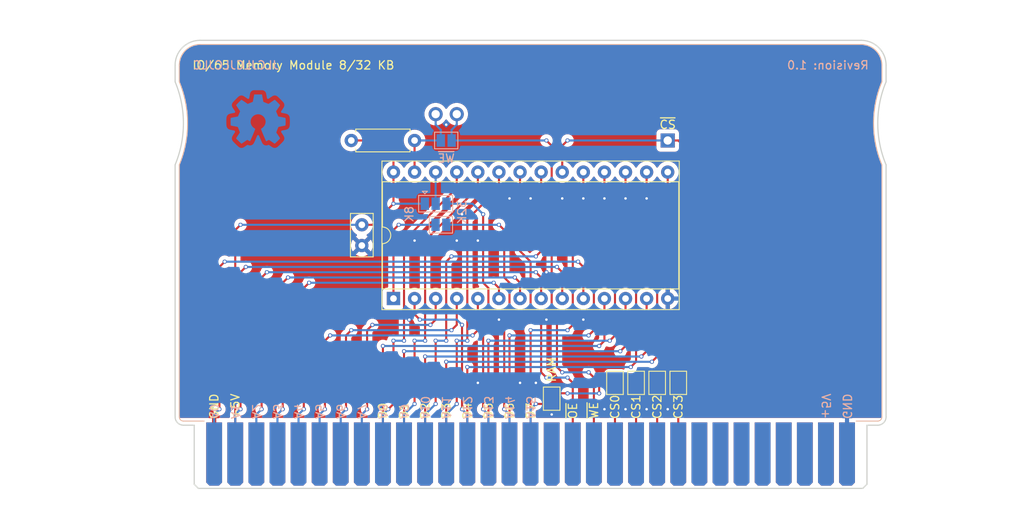
<source format=kicad_pcb>
(kicad_pcb (version 20211014) (generator pcbnew)
  (layers (0 "F.Cu" signal) (31 "B.Cu" signal) (34 "B.Paste" user) (35 "F.Paste" user) (36 "B.SilkS" user "B.Silkscreen") (37 "F.SilkS" user "F.Silkscreen") (38 "B.Mask" user) (39 "F.Mask" user) (44 "Edge.Cuts" user))
  (net 0 "")
  (net 1 "GND")
  (net 11 "CS0")
  (net 12 "CS1")
  (net 13 "CS2")
  (net 14 "CS3")
  (net 21 "A15")
  (net 35 "Net-(J2-Pad1)")
  (net 36 "Net-(JP1-Pad2)")
  (net 37 "Net-(JP3-Pad1)")
  (net 38 "VCC")
  (net 39 "~{WE}")
  (net 40 "Net-(JP2-Pad2)")
  (net 41 "A13")
  (net 42 "A14")
  (net 43 "A12")
  (net 44 "A7")
  (net 45 "A6")
  (net 46 "A5")
  (net 47 "A4")
  (net 48 "A3")
  (net 49 "A2")
  (net 50 "A1")
  (net 51 "A0")
  (net 52 "D0")
  (net 53 "D1")
  (net 54 "D2")
  (net 55 "D3")
  (net 56 "D4")
  (net 57 "D5")
  (net 58 "D6")
  (net 59 "D7")
  (net 60 "A10")
  (net 61 "~{OE}")
  (net 62 "A11")
  (net 63 "A9")
  (net 64 "A8")
  (footprint "Symbol:OSHW-Symbol_6.7x6mm_Copper" (layer "F.Cu") (at 32.8 -14)
    (fp_text reference "LogoFrontMask" hide)
    (fp_text value "OSHW-Symbol_6.7x6mm_Copper" hide)
  )
  (footprint "IO65:BUS_PC_M" (layer "F.Cu") (at 0 26.359993)
    (fp_text reference "Edge1" hide)
    (fp_text value "Edge Connector" hide)
  )
  (footprint "Capacitor_THT:C_Disc_D5.0mm_W2.5mm_P2.50mm" (layer "F.Cu") (at -20.32 -1.27 -90)
    (fp_text reference "C1" hide)
    (fp_text value "0.1µF" hide)
  )
  (footprint "Jumper:SolderJumper-2_P1.3mm_Open_Pad1.0x1.5mm" (layer "F.Cu") (at 15.24 17.78 -90)
    (fp_text reference "JP7" hide)
    (fp_text value "SolderJumper_2_Open" hide)
  )
  (footprint "Resistor_THT:R_Axial_DIN0207_L6.3mm_D2.5mm_P7.62mm_Horizontal" (layer "F.Cu") (at -13.97 -11.43 180)
    (fp_text reference "R1" hide)
    (fp_text value "10k" hide)
  )
  (footprint "Jumper:SolderJumper-2_P1.3mm_Open_Pad1.0x1.5mm" (layer "F.Cu") (at 2.54 19.685 -90)
    (fp_text reference "JP4" hide)
    (fp_text value "SolderJumper_2_Open" hide)
  )
  (footprint "Jumper:SolderJumper-2_P1.3mm_Open_Pad1.0x1.5mm" (layer "F.Cu") (at 17.78 17.78 -90)
    (fp_text reference "JP8" hide)
    (fp_text value "SolderJumper_2_Open" hide)
  )
  (footprint "Jumper:SolderJumper-2_P1.3mm_Open_Pad1.0x1.5mm" (layer "F.Cu") (at 12.7 17.78 -90)
    (fp_text reference "JP6" hide)
    (fp_text value "SolderJumper_2_Open" hide)
  )
  (footprint "Jumper:SolderJumper-2_P1.3mm_Open_Pad1.0x1.5mm" (layer "F.Cu") (at 10.16 17.78 -90)
    (fp_text reference "JP5" hide)
    (fp_text value "SolderJumper_2_Open" hide)
  )
  (footprint "Symbol:OSHW-Symbol_6.7x6mm_Copper" (layer "F.Cu") (at 32.8 -14)
    (fp_text reference "LogoFront" hide)
    (fp_text value "OSHW-Symbol_6.7x6mm_Copper" hide)
  )
  (footprint "Package_DIP:DIP-28_W15.24mm_Socket" (layer "F.Cu") (at -16.51 7.62 90)
    (fp_text reference "U1" hide)
    (fp_text value "RAM 8K/32K" hide)
  )
  (footprint "Jumper:SolderJumper-2_P1.3mm_Open_Pad1.0x1.5mm" (layer "B.Cu") (at -10.16 -11.43 180)
    (fp_text reference "JP1b" hide)
    (fp_text value "SolderJumper_2_Open" hide)
  )
  (footprint "Jumper:SolderJumper-3_P1.3mm_Open_Pad1.0x1.5mm" (layer "B.Cu") (at -11.43 -3.81)
    (fp_text reference "JP2" hide)
    (fp_text value "SolderJumper_3_Open" hide)
  )
  (footprint "Connector_PinHeader_2.54mm:PinHeader_1x02_P2.54mm_Horizontal" (layer "B.Cu") (at -8.89 -14.605 90)
    (fp_text reference "JP1" hide)
    (fp_text value "Jumper_2_Open" hide)
  )
  (footprint "Jumper:SolderJumper-2_P1.3mm_Open_Pad1.0x1.5mm" (layer "B.Cu") (at -10.795 -1.27)
    (fp_text reference "JP3" hide)
    (fp_text value "SolderJumper_2_Open" hide)
  )
  (footprint "Symbol:OSHW-Symbol_6.7x6mm_Copper" (layer "B.Cu") (at -32.8 -14 180)
    (fp_text reference "LogoBack" hide)
    (fp_text value "OSHW-Symbol_6.7x6mm_Copper" hide)
  )
  (footprint "Symbol:OSHW-Symbol_6.7x6mm_Copper" (layer "B.Cu") (at -32.8 -14 180)
    (fp_text reference "LogoBackMask" hide)
    (fp_text value "OSHW-Symbol_6.7x6mm_Copper" hide)
  )
  (footprint "Connector_PinSocket_2.54mm:PinSocket_1x01_P2.54mm_Horizontal" (layer "B.Cu") (at 16.51 -11.43 -90)
    (fp_text reference "J2" hide)
    (fp_text value "Conn_01x01" hide)
  )
  (gr_arc (start 42.3 21.88) (mid 42.153553 22.233553) (end 41.8 22.38) (layer "B.SilkS") (width 0.1))
  (gr_line (start -39.8 -23) (end 39.8 -23) (layer "B.SilkS") (width 0.1))
  (gr_line (start 42.3 -8.5) (end 42.3 21.88) (layer "B.SilkS") (width 0.1))
  (gr_arc (start -41.8 22.38) (mid -42.153553 22.233553) (end -42.3 21.88) (layer "B.SilkS") (width 0.1))
  (gr_line (start 42.3 -20.5) (end 42.3 -18.5) (layer "B.SilkS") (width 0.1))
  (gr_line (start -41.8 22.38) (end -39.3 22.38) (layer "B.SilkS") (width 0.1))
  (gr_arc (start -42.3 -20.5) (mid -41.567767 -22.267767) (end -39.8 -23) (layer "B.SilkS") (width 0.1))
  (gr_line (start -42.3 -20.5) (end -42.3 -18.5) (layer "B.SilkS") (width 0.1))
  (gr_arc (start 42.3 -8.5) (mid 41.300901 -13.5) (end 42.3 -18.5) (layer "B.SilkS") (width 0.1))
  (gr_arc (start 39.8 -23) (mid 41.567767 -22.267767) (end 42.3 -20.5) (layer "B.SilkS") (width 0.1))
  (gr_line (start -42.3 21.88) (end -42.3 -8.5) (layer "B.SilkS") (width 0.1))
  (gr_arc (start -42.3 -18.5) (mid -41.300901 -13.5) (end -42.3 -8.5) (layer "B.SilkS") (width 0.1))
  (gr_line (start 41.8 22.38) (end 39.2 22.38) (layer "B.SilkS") (width 0.1))
  (gr_arc (start -42.3 -20.5) (mid -41.567767 -22.267767) (end -39.8 -23) (layer "F.SilkS") (width 0.1))
  (gr_line (start -39.8 -23) (end 39.8 -23) (layer "F.SilkS") (width 0.1))
  (gr_line (start 41.8 22.38) (end 39.2 22.38) (layer "F.SilkS") (width 0.1))
  (gr_arc (start -41.8 22.38) (mid -42.153553 22.233553) (end -42.3 21.88) (layer "F.SilkS") (width 0.1))
  (gr_arc (start 42.3 21.88) (mid 42.153553 22.233553) (end 41.8 22.38) (layer "F.SilkS") (width 0.1))
  (gr_line (start 42.3 -20.5) (end 42.3 -18.5) (layer "F.SilkS") (width 0.1))
  (gr_arc (start -42.3 -18.5) (mid -41.300901 -13.5) (end -42.3 -8.5) (layer "F.SilkS") (width 0.1))
  (gr_arc (start 42.3 -8.5) (mid 41.300901 -13.5) (end 42.3 -18.5) (layer "F.SilkS") (width 0.1))
  (gr_line (start -42.3 -20.5) (end -42.3 -18.5) (layer "F.SilkS") (width 0.1))
  (gr_arc (start 39.8 -23) (mid 41.567767 -22.267767) (end 42.3 -20.5) (layer "F.SilkS") (width 0.1))
  (gr_line (start 42.3 -8.5) (end 42.3 21.88) (layer "F.SilkS") (width 0.1))
  (gr_line (start -42.3 21.88) (end -42.3 -8.5) (layer "F.SilkS") (width 0.1))
  (gr_line (start -41.8 22.38) (end -39.3 22.38) (layer "F.SilkS") (width 0.1))
  (gr_arc (start 42.8 21.88) (mid 42.507107 22.587107) (end 41.8 22.88) (layer "Edge.Cuts") (width 0.15))
  (gr_line (start 40.5 22.88) (end 40.5 30) (layer "Edge.Cuts") (width 0.15))
  (gr_line (start 40.5 22.88) (end 41.8 22.88) (layer "Edge.Cuts") (width 0.15))
  (gr_line (start -40.5 22.88) (end -40.5 30) (layer "Edge.Cuts") (width 0.15))
  (gr_arc (start 39.8 -23.5) (mid 41.92132 -22.62132) (end 42.8 -20.5) (layer "Edge.Cuts") (width 0.15))
  (gr_line (start -40.5 22.88) (end -41.8 22.88) (layer "Edge.Cuts") (width 0.15))
  (gr_line (start -42.8 21.88) (end -42.8 -8.5) (layer "Edge.Cuts") (width 0.15))
  (gr_line (start -40 30.5) (end 40 30.5) (layer "Edge.Cuts") (width 0.15))
  (gr_arc (start 42.8 -8.5) (mid 41.800901 -13.5) (end 42.8 -18.5) (layer "Edge.Cuts") (width 0.15))
  (gr_line (start -42.8 -20.5) (end -42.8 -18.5) (layer "Edge.Cuts") (width 0.15))
  (gr_line (start -40.5 30) (end -40 30.5) (layer "Edge.Cuts") (width 0.15))
  (gr_arc (start -42.8 -20.5) (mid -41.92132 -22.62132) (end -39.8 -23.5) (layer "Edge.Cuts") (width 0.15))
  (gr_line (start -39.8 -23.5) (end 39.8 -23.5) (layer "Edge.Cuts") (width 0.15))
  (gr_arc (start -41.8 22.88) (mid -42.507107 22.587107) (end -42.8 21.88) (layer "Edge.Cuts") (width 0.15))
  (gr_line (start 42.8 -20.5) (end 42.8 -18.5) (layer "Edge.Cuts") (width 0.15))
  (gr_line (start 40 30.5) (end 40.5 30) (layer "Edge.Cuts") (width 0.15))
  (gr_arc (start -42.8 -18.5) (mid -41.800901 -13.5) (end -42.8 -8.5) (layer "Edge.Cuts") (width 0.15))
  (gr_line (start 42.8 -8.5) (end 42.8 21.88) (layer "Edge.Cuts") (width 0.15))
  (gr_text "A4" (at -27.94 22.225 -90) (layer "B.SilkS") (effects (font (size 1 1)) (justify left mirror)))
  (gr_text "+5V" (at 35.56 22.225 -90) (layer "B.SilkS") (effects (font (size 1 1)) (justify left mirror)))
  (gr_text "A8" (at -17.78 22.225 -90) (layer "B.SilkS") (effects (font (size 1 1)) (justify left mirror)))
  (gr_text "A13" (at -5.08 22.225 -90) (layer "B.SilkS") (effects (font (size 1 1)) (justify left mirror)))
  (gr_text "A6" (at -22.86 22.225 -90) (layer "B.SilkS") (effects (font (size 1 1)) (justify left mirror)))
  (gr_text "JLCJLCJLCJLC" (at -40.7 -20.5) (layer "B.SilkS") (effects (font (size 1 1)) (justify right mirror)))
  (gr_text "A3" (at -30.48 22.225 -90) (layer "B.SilkS") (effects (font (size 1 1)) (justify left mirror)))
  (gr_text "A11" (at -10.16 22.225 -90) (layer "B.SilkS") (effects (font (size 1 1)) (justify left mirror)))
  (gr_text "A14" (at -2.54 22.225 -90) (layer "B.SilkS") (effects (font (size 1 1)) (justify left mirror)))
  (gr_text "A9" (at -15.24 22.225 -90) (layer "B.SilkS") (effects (font (size 1 1)) (justify left mirror)))
  (gr_text "32K" (at -8.255 -2.81 90) (layer "B.SilkS") (effects (font (size 1 1)) (justify mirror)))
  (gr_text "A5" (at -25.4 22.225 -90) (layer "B.SilkS") (effects (font (size 1 1)) (justify left mirror)))
  (gr_text "Revision: 1.0" (at 40.799995 -20.5) (layer "B.SilkS") (effects (font (size 1 1)) (justify left mirror)))
  (gr_text "A1" (at -35.56 22.225 -90) (layer "B.SilkS") (effects (font (size 1 1)) (justify left mirror)))
  (gr_text "8K" (at -14.605 -2.54 90) (layer "B.SilkS") (effects (font (size 1 1)) (justify mirror)))
  (gr_text "A12" (at -7.62 22.225 -90) (layer "B.SilkS") (effects (font (size 1 1)) (justify left mirror)))
  (gr_text "A0" (at -38.1 22.225 -90) (layer "B.SilkS") (effects (font (size 1 1)) (justify left mirror)))
  (gr_text "A7" (at -20.32 22.225 -90) (layer "B.SilkS") (effects (font (size 1 1)) (justify left mirror)))
  (gr_text "~{WE}" (at -10.16 -9.271) (layer "B.SilkS") (effects (font (size 1 1)) (justify mirror)))
  (gr_text "A2" (at -33.02 22.225 -90) (layer "B.SilkS") (effects (font (size 1 1)) (justify left mirror)))
  (gr_text "A15" (at 0 22.225 -90) (layer "B.SilkS") (effects (font (size 1 1)) (justify left mirror)))
  (gr_text "A10" (at -12.7 22.225 -90) (layer "B.SilkS") (effects (font (size 1 1)) (justify left mirror)))
  (gr_text "GND" (at 38.1 22.225 -90) (layer "B.SilkS") (effects (font (size 1 1)) (justify left mirror)))
  (gr_text "" (at 15.24 -15.24) (layer "F.SilkS") (effects (font (size 1.27 1.27))))
  (gr_text "" (at 15.24 -15.24) (layer "F.SilkS") (effects (font (size 1.27 1.27))))
  (gr_text "" (at 20.32 -15.24) (layer "F.SilkS") (effects (font (size 1.27 1.27))))
  (gr_text "IO/65 Memory Module 8/32 KB" (at -40.799999 -20.5) (layer "F.SilkS") (effects (font (size 1 1)) (justify left)))
  (gr_text "" (at 10.16 -15.24) (layer "F.SilkS") (effects (font (size 1.27 1.27))))
  (gr_text "" (at 40.64 -15.24) (layer "F.SilkS") (effects (font (size 1.27 1.27))))
  (gr_text "D7" (at 0 22.225 90) (layer "F.SilkS") (effects (font (size 1 1)) (justify left)))
  (gr_text "RAM" (at 2.54 17.78 90) (layer "F.SilkS") (effects (font (size 1 1)) (justify left)))
  (gr_text "" (at 33.02 -15.24) (layer "F.SilkS") (effects (font (size 1.27 1.27))))
  (gr_text "" (at 10.16 -15.24) (layer "F.SilkS") (effects (font (size 1.27 1.27))))
  (gr_text "D6" (at -2.54 22.225 90) (layer "F.SilkS") (effects (font (size 1 1)) (justify left)))
  (gr_text "CS2" (at 15.24 22.225 90) (layer "F.SilkS") (effects (font (size 1 1)) (justify left)))
  (gr_text "" (at 38.1 -15.24) (layer "F.SilkS") (effects (font (size 1.27 1.27))))
  (gr_text "" (at 30.48 -15.24) (layer "F.SilkS") (effects (font (size 1.27 1.27))))
  (gr_text "" (at 25.4 -15.24) (layer "F.SilkS") (effects (font (size 1.27 1.27))))
  (gr_text "" (at 5.08 -15.24) (layer "F.SilkS") (effects (font (size 1.27 1.27))))
  (gr_text "" (at 12.7 -15.24) (layer "F.SilkS") (effects (font (size 1.27 1.27))))
  (gr_text "" (at 20.32 -15.24) (layer "F.SilkS") (effects (font (size 1.27 1.27))))
  (gr_text "CS1" (at 12.7 22.225 90) (layer "F.SilkS") (effects (font (size 1 1)) (justify left)))
  (gr_text "" (at 12.7 -15.24) (layer "F.SilkS") (effects (font (size 1.27 1.27))))
  (gr_text "" (at 17.78 -15.24) (layer "F.SilkS") (effects (font (size 1.27 1.27))))
  (gr_text "" (at 27.94 -15.24) (layer "F.SilkS") (effects (font (size 1.27 1.27))))
  (gr_text "" (at 35.56 -15.24) (layer "F.SilkS") (effects (font (size 1.27 1.27))))
  (gr_text "GND" (at -38.1 22.225 90) (layer "F.SilkS") (effects (font (size 1 1)) (justify left)))
  (gr_text "~{WE}" (at 7.62 22.225 90) (layer "F.SilkS") (effects (font (size 1 1)) (justify left)))
  (gr_text "" (at 38.1 -15.24) (layer "F.SilkS") (effects (font (size 1.27 1.27))))
  (gr_text "CS3" (at 17.78 22.225 90) (layer "F.SilkS") (effects (font (size 1 1)) (justify left)))
  (gr_text "D4" (at -7.62 22.225 90) (layer "F.SilkS") (effects (font (size 1 1)) (justify left)))
  (gr_text "" (at 25.4 -15.24) (layer "F.SilkS") (effects (font (size 1.27 1.27))))
  (gr_text "~{OE}" (at 5.08 22.225 90) (layer "F.SilkS") (effects (font (size 1 1)) (justify left)))
  (gr_text "CS0" (at 10.16 22.225 90) (layer "F.SilkS") (effects (font (size 1 1)) (justify left)))
  (gr_text "" (at 7.62 -15.24) (layer "F.SilkS") (effects (font (size 1.27 1.27))))
  (gr_text "D5" (at -5.08 22.225 90) (layer "F.SilkS") (effects (font (size 1 1)) (justify left)))
  (gr_text "D1" (at -15.24 22.225 90) (layer "F.SilkS") (effects (font (size 1 1)) (justify left)))
  (gr_text "" (at 5.08 -15.24) (layer "F.SilkS") (effects (font (size 1.27 1.27))))
  (gr_text "" (at 40.64 -15.24) (layer "F.SilkS") (effects (font (size 1.27 1.27))))
  (gr_text "D0" (at -17.78 22.225 90) (layer "F.SilkS") (effects (font (size 1 1)) (justify left)))
  (gr_text "" (at 33.02 -15.24) (layer "F.SilkS") (effects (font (size 1.27 1.27))))
  (gr_text "" (at 7.62 -15.24) (layer "F.SilkS") (effects (font (size 1.27 1.27))))
  (gr_text "" (at 35.56 -15.24) (layer "F.SilkS") (effects (font (size 1.27 1.27))))
  (gr_text "" (at 22.86 -15.24) (layer "F.SilkS") (effects (font (size 1.27 1.27))))
  (gr_text "" (at 27.94 -15.24) (layer "F.SilkS") (effects (font (size 1.27 1.27))))
  (gr_text "+5V" (at -35.56 22.225 90) (layer "F.SilkS") (effects (font (size 1 1)) (justify left)))
  (gr_text "" (at 17.78 -15.24) (layer "F.SilkS") (effects (font (size 1.27 1.27))))
  (gr_text "~{CS}" (at 16.51 -13.335) (layer "F.SilkS") (effects (font (size 1 1))))
  (gr_text "" (at 30.48 -15.24) (layer "F.SilkS") (effects (font (size 1.27 1.27))))
  (gr_text "D2" (at -12.7 22.225 90) (layer "F.SilkS") (effects (font (size 1 1)) (justify left)))
  (gr_text "" (at 22.86 -15.24) (layer "F.SilkS") (effects (font (size 1.27 1.27))))
  (gr_text "D3" (at -10.16 22.225 90) (layer "F.SilkS") (effects (font (size 1 1)) (justify left)))
  (via (at 3.81 -4.445) (size 0.5) (drill 0.3) (layers "F.Cu" "B.Cu") (net 1))
  (via (at -2.54 -4.445) (size 0.5) (drill 0.3) (layers "F.Cu" "B.Cu") (net 1))
  (via (at 13.97 20.955) (size 0.5) (drill 0.3) (layers "F.Cu" "B.Cu") (net 1))
  (via (at -6.35 0.635) (size 0.5) (drill 0.3) (layers "F.Cu" "B.Cu") (net 1))
  (via (at -8.255 -2.54) (size 0.5) (drill 0.3) (layers "F.Cu" "B.Cu") (net 1))
  (via (at 1.905 10.16) (size 0.5) (drill 0.3) (layers "F.Cu" "B.Cu") (net 1))
  (via (at 8.89 20.955) (size 0.5) (drill 0.3) (layers "F.Cu" "B.Cu") (net 1))
  (via (at 6.35 10.16) (size 0.5) (drill 0.3) (layers "F.Cu" "B.Cu") (net 1))
  (via (at -6.35 17.78) (size 0.5) (drill 0.3) (layers "F.Cu" "B.Cu") (net 1))
  (via (at 1.905 4.445) (size 0.5) (drill 0.3) (layers "F.Cu" "B.Cu") (net 1))
  (via (at 2.54 21.59) (size 0.5) (drill 0.3) (layers "F.Cu" "B.Cu") (net 1))
  (via (at 11.43 -4.445) (size 0.5) (drill 0.3) (layers "F.Cu" "B.Cu") (net 1))
  (via (at 0 -4.445) (size 0.5) (drill 0.3) (layers "F.Cu" "B.Cu") (net 1))
  (via (at 13.97 -4.445) (size 0.5) (drill 0.3) (layers "F.Cu" "B.Cu") (net 1))
  (via (at -3.81 10.16) (size 0.5) (drill 0.3) (layers "F.Cu" "B.Cu") (net 1))
  (via (at -8.89 0.635) (size 0.5) (drill 0.3) (layers "F.Cu" "B.Cu") (net 1))
  (via (at -13.97 0.635) (size 0.5) (drill 0.3) (layers "F.Cu" "B.Cu") (net 1))
  (via (at 6.35 -4.445) (size 0.5) (drill 0.3) (layers "F.Cu" "B.Cu") (net 1))
  (via (at -14.605 10.16) (size 0.5) (drill 0.3) (layers "F.Cu" "B.Cu") (net 1))
  (via (at 11.43 20.955) (size 0.5) (drill 0.3) (layers "F.Cu" "B.Cu") (net 1))
  (via (at 0.635 17.78) (size 0.5) (drill 0.3) (layers "F.Cu" "B.Cu") (net 1))
  (via (at 16.51 20.955) (size 0.5) (drill 0.3) (layers "F.Cu" "B.Cu") (net 1))
  (via (at -1.27 17.78) (size 0.5) (drill 0.3) (layers "F.Cu" "B.Cu") (net 1))
  (via (at -10.16 -13.335) (size 0.5) (drill 0.3) (layers "F.Cu" "B.Cu") (net 1))
  (via (at 8.89 -4.445) (size 0.5) (drill 0.3) (layers "F.Cu" "B.Cu") (net 1))
  (segment (start 10.16 18.43) (end 10.16 26.359993) (width 0.25) (layer "F.Cu") (net 11))
  (segment (start 12.7 18.43) (end 12.7 26.359993) (width 0.25) (layer "F.Cu") (net 12))
  (segment (start 15.24 26.359993) (end 15.24 18.43) (width 0.25) (layer "F.Cu") (net 13))
  (segment (start 17.78 18.43) (end 17.78 26.359993) (width 0.25) (layer "F.Cu") (net 14))
  (segment (start 2.525 20.32) (end 2.54 20.335) (width 0.25) (layer "F.Cu") (net 21))
  (segment (start 0.635 20.32) (end 2.525 20.32) (width 0.25) (layer "F.Cu") (net 21))
  (via (at 0.635 20.32) (size 0.5) (drill 0.3) (layers "F.Cu" "B.Cu") (net 21))
  (segment (start 0 20.955) (end 0.635 20.32) (width 0.25) (layer "B.Cu") (net 21))
  (segment (start 0 26.359993) (end 0 20.955) (width 0.25) (layer "B.Cu") (net 21))
  (segment (start 18.415 -10.795) (end 17.78 -11.43) (width 0.25) (layer "F.Cu") (net 35))
  (segment (start 3.81 -10.795) (end 4.445 -11.43) (width 0.25) (layer "F.Cu") (net 35))
  (segment (start 17.78 17.13) (end 17.78 15.875) (width 0.25) (layer "F.Cu") (net 35))
  (segment (start 2.54 19.035) (end 4.43 19.035) (width 0.25) (layer "F.Cu") (net 35))
  (segment (start 8.255 19.05) (end 8.255 17.145) (width 0.25) (layer "F.Cu") (net 35))
  (segment (start 12.7 17.13) (end 15.225 17.13) (width 0.25) (layer "F.Cu") (net 35))
  (segment (start 8.255 17.145) (end 8.27 17.13) (width 0.25) (layer "F.Cu") (net 35))
  (segment (start 15.225 17.13) (end 15.24 17.145) (width 0.25) (layer "F.Cu") (net 35))
  (segment (start 15.24 17.145) (end 17.765 17.145) (width 0.25) (layer "F.Cu") (net 35))
  (segment (start 17.78 15.875) (end 18.415 15.24) (width 0.25) (layer "F.Cu") (net 35))
  (segment (start 4.43 19.035) (end 4.445 19.05) (width 0.25) (layer "F.Cu") (net 35))
  (segment (start 17.78 -11.43) (end 16.51 -11.43) (width 0.25) (layer "F.Cu") (net 35))
  (segment (start 10.16 17.13) (end 12.7 17.13) (width 0.25) (layer "F.Cu") (net 35))
  (segment (start 8.27 17.13) (end 10.16 17.13) (width 0.25) (layer "F.Cu") (net 35))
  (segment (start 18.415 15.24) (end 18.415 -10.795) (width 0.25) (layer "F.Cu") (net 35))
  (segment (start 17.765 17.145) (end 17.78 17.13) (width 0.25) (layer "F.Cu") (net 35))
  (segment (start 3.81 -7.62) (end 3.81 -10.795) (width 0.25) (layer "F.Cu") (net 35))
  (via (at 4.445 19.05) (size 0.5) (drill 0.3) (layers "F.Cu" "B.Cu") (net 35))
  (via (at 4.445 -11.43) (size 0.5) (drill 0.3) (layers "F.Cu" "B.Cu") (net 35))
  (via (at 8.255 19.05) (size 0.5) (drill 0.3) (layers "F.Cu" "B.Cu") (net 35))
  (segment (start 4.445 -11.43) (end 16.51 -11.43) (width 0.25) (layer "B.Cu") (net 35))
  (segment (start 4.445 19.05) (end 8.255 19.05) (width 0.25) (layer "B.Cu") (net 35))
  (segment (start -13.97 -11.43) (end -13.97 -7.62) (width 0.25) (layer "F.Cu") (net 36))
  (segment (start -11.43 -14.605) (end -11.43 -13.335) (width 0.25) (layer "B.Cu") (net 36))
  (segment (start -10.795 -12.7) (end -10.81 -12.685) (width 0.25) (layer "B.Cu") (net 36))
  (segment (start -10.81 -11.43) (end -13.97 -11.43) (width 0.25) (layer "B.Cu") (net 36))
  (segment (start -10.81 -12.685) (end -10.81 -11.43) (width 0.25) (layer "B.Cu") (net 36))
  (segment (start -11.43 -13.335) (end -10.795 -12.7) (width 0.25) (layer "B.Cu") (net 36))
  (segment (start -16.51 -0.635) (end -15.875 -1.27) (width 0.25) (layer "F.Cu") (net 37))
  (segment (start -16.51 7.62) (end -16.51 -0.635) (width 0.25) (layer "F.Cu") (net 37))
  (via (at -15.875 -1.27) (size 0.5) (drill 0.3) (layers "F.Cu" "B.Cu") (net 37))
  (segment (start -15.875 -1.27) (end -11.445 -1.27) (width 0.25) (layer "B.Cu") (net 37))
  (segment (start -35.56 -0.635) (end -34.925 -1.27) (width 0.25) (layer "F.Cu") (net 38))
  (segment (start -17.145 -11.43) (end -21.59 -11.43) (width 0.25) (layer "F.Cu") (net 38))
  (segment (start -35.56 26.359993) (end -35.56 -0.635) (width 0.25) (layer "F.Cu") (net 38))
  (segment (start -16.51 -10.795) (end -17.145 -11.43) (width 0.25) (layer "F.Cu") (net 38))
  (segment (start -16.51 -7.62) (end -16.51 -10.795) (width 0.25) (layer "F.Cu") (net 38))
  (segment (start -20.32 -1.27) (end -19.05 -1.27) (width 0.25) (layer "F.Cu") (net 38))
  (segment (start -19.05 -1.27) (end -16.51 -3.81) (width 0.25) (layer "F.Cu") (net 38))
  (segment (start -16.51 -3.81) (end -16.51 -7.62) (width 0.25) (layer "F.Cu") (net 38))
  (via (at -34.925 -1.27) (size 0.5) (drill 0.3) (layers "F.Cu" "B.Cu") (net 38))
  (via (at -16.51 -3.81) (size 0.5) (drill 0.3) (layers "F.Cu" "B.Cu") (net 38))
  (segment (start -34.925 -1.27) (end -20.32 -1.27) (width 0.25) (layer "B.Cu") (net 38))
  (segment (start -12.73 -3.81) (end -16.51 -3.81) (width 0.25) (layer "B.Cu") (net 38))
  (segment (start 3.81 16.51) (end 3.175 15.875) (width 0.25) (layer "F.Cu") (net 39))
  (segment (start 3.175 15.875) (end 3.175 10.795) (width 0.25) (layer "F.Cu") (net 39))
  (segment (start 7.62 26.359993) (end 7.62 17.145) (width 0.25) (layer "F.Cu") (net 39))
  (segment (start 3.175 10.795) (end 3.175 10.16) (width 0.25) (layer "F.Cu") (net 39))
  (segment (start 2.54 -10.795) (end 1.905 -11.43) (width 0.25) (layer "F.Cu") (net 39))
  (segment (start 7.62 17.145) (end 6.985 16.51) (width 0.25) (layer "F.Cu") (net 39))
  (segment (start 3.175 10.16) (end 2.54 9.525) (width 0.25) (layer "F.Cu") (net 39))
  (segment (start 2.54 9.525) (end 2.54 -10.795) (width 0.25) (layer "F.Cu") (net 39))
  (via (at 6.985 16.51) (size 0.5) (drill 0.3) (layers "F.Cu" "B.Cu") (net 39))
  (via (at 1.905 -11.43) (size 0.5) (drill 0.3) (layers "F.Cu" "B.Cu") (net 39))
  (via (at 3.81 16.51) (size 0.5) (drill 0.3) (layers "F.Cu" "B.Cu") (net 39))
  (segment (start 6.985 16.51) (end 3.81 16.51) (width 0.25) (layer "B.Cu") (net 39))
  (segment (start -8.89 -14.605) (end -8.89 -13.335) (width 0.25) (layer "B.Cu") (net 39))
  (segment (start -9.51 -12.685) (end -9.51 -11.43) (width 0.25) (layer "B.Cu") (net 39))
  (segment (start 1.905 -11.43) (end -9.51 -11.43) (width 0.25) (layer "B.Cu") (net 39))
  (segment (start -8.89 -13.335) (end -9.525 -12.7) (width 0.25) (layer "B.Cu") (net 39))
  (segment (start -9.525 -12.7) (end -9.51 -12.685) (width 0.25) (layer "B.Cu") (net 39))
  (segment (start -11.43 -3.81) (end -11.43 -7.62) (width 0.25) (layer "B.Cu") (net 40))
  (segment (start -5.08 6.35) (end -5.715 5.715) (width 0.25) (layer "F.Cu") (net 41))
  (segment (start -5.08 11.43) (end -5.08 6.35) (width 0.25) (layer "F.Cu") (net 41))
  (segment (start -5.715 12.065) (end -5.08 11.43) (width 0.25) (layer "F.Cu") (net 41))
  (segment (start -5.715 20.955) (end -5.715 12.065) (width 0.25) (layer "F.Cu") (net 41))
  (segment (start -5.715 5.715) (end -5.715 -2.54) (width 0.25) (layer "F.Cu") (net 41))
  (via (at -5.715 20.955) (size 0.5) (drill 0.3) (layers "F.Cu" "B.Cu") (net 41))
  (via (at -5.715 -2.54) (size 0.5) (drill 0.3) (layers "F.Cu" "B.Cu") (net 41))
  (segment (start -5.715 20.955) (end -5.08 21.59) (width 0.25) (layer "B.Cu") (net 41))
  (segment (start -5.715 -2.54) (end -6.985 -3.81) (width 0.25) (layer "B.Cu") (net 41))
  (segment (start -5.08 21.59) (end -5.08 26.359993) (width 0.25) (layer "B.Cu") (net 41))
  (segment (start -6.985 -3.81) (end -10.13 -3.81) (width 0.25) (layer "B.Cu") (net 41))
  (segment (start -2.54 10.795) (end -2.54 5.715) (width 0.25) (layer "F.Cu") (net 42))
  (segment (start -3.175 20.955) (end -3.175 11.43) (width 0.25) (layer "F.Cu") (net 42))
  (segment (start -3.175 5.08) (end -3.175 -0.635) (width 0.25) (layer "F.Cu") (net 42))
  (segment (start -3.175 -0.635) (end -3.81 -1.27) (width 0.25) (layer "F.Cu") (net 42))
  (segment (start -3.175 11.43) (end -2.54 10.795) (width 0.25) (layer "F.Cu") (net 42))
  (segment (start -2.54 5.715) (end -3.175 5.08) (width 0.25) (layer "F.Cu") (net 42))
  (via (at -3.81 -1.27) (size 0.5) (drill 0.3) (layers "F.Cu" "B.Cu") (net 42))
  (via (at -3.175 20.955) (size 0.5) (drill 0.3) (layers "F.Cu" "B.Cu") (net 42))
  (segment (start -2.54 26.359993) (end -2.54 21.59) (width 0.25) (layer "B.Cu") (net 42))
  (segment (start -3.81 -1.27) (end -10.145 -1.27) (width 0.25) (layer "B.Cu") (net 42))
  (segment (start -2.54 21.59) (end -3.175 20.955) (width 0.25) (layer "B.Cu") (net 42))
  (segment (start -13.335 10.16) (end -13.97 9.525) (width 0.25) (layer "F.Cu") (net 43))
  (segment (start -8.255 20.955) (end -8.255 10.795) (width 0.25) (layer "F.Cu") (net 43))
  (segment (start -13.97 9.525) (end -13.97 7.62) (width 0.25) (layer "F.Cu") (net 43))
  (via (at -8.255 10.795) (size 0.5) (drill 0.3) (layers "F.Cu" "B.Cu") (net 43))
  (via (at -13.335 10.16) (size 0.5) (drill 0.3) (layers "F.Cu" "B.Cu") (net 43))
  (via (at -8.255 20.955) (size 0.5) (drill 0.3) (layers "F.Cu" "B.Cu") (net 43))
  (segment (start -8.89 10.16) (end -13.335 10.16) (width 0.25) (layer "B.Cu") (net 43))
  (segment (start -8.255 10.795) (end -8.89 10.16) (width 0.25) (layer "B.Cu") (net 43))
  (segment (start -7.62 21.59) (end -8.255 20.955) (width 0.25) (layer "B.Cu") (net 43))
  (segment (start -7.62 26.359993) (end -7.62 21.59) (width 0.25) (layer "B.Cu") (net 43))
  (segment (start -19.685 11.43) (end -19.05 10.795) (width 0.25) (layer "F.Cu") (net 44))
  (segment (start -11.43 10.16) (end -11.43 7.62) (width 0.25) (layer "F.Cu") (net 44))
  (segment (start -19.685 20.955) (end -19.685 11.43) (width 0.25) (layer "F.Cu") (net 44))
  (segment (start -12.065 10.795) (end -11.43 10.16) (width 0.25) (layer "F.Cu") (net 44))
  (via (at -19.685 20.955) (size 0.5) (drill 0.3) (layers "F.Cu" "B.Cu") (net 44))
  (via (at -19.05 10.795) (size 0.5) (drill 0.3) (layers "F.Cu" "B.Cu") (net 44))
  (via (at -12.065 10.795) (size 0.5) (drill 0.3) (layers "F.Cu" "B.Cu") (net 44))
  (segment (start -20.32 21.59) (end -19.685 20.955) (width 0.25) (layer "B.Cu") (net 44))
  (segment (start -20.32 26.359993) (end -20.32 21.59) (width 0.25) (layer "B.Cu") (net 44))
  (segment (start -19.05 10.795) (end -12.065 10.795) (width 0.25) (layer "B.Cu") (net 44))
  (segment (start -9.525 11.43) (end -8.89 10.795) (width 0.25) (layer "F.Cu") (net 45))
  (segment (start -8.89 10.795) (end -8.89 7.62) (width 0.25) (layer "F.Cu") (net 45))
  (segment (start -22.225 20.955) (end -22.225 12.065) (width 0.25) (layer "F.Cu") (net 45))
  (segment (start -22.225 12.065) (end -21.59 11.43) (width 0.25) (layer "F.Cu") (net 45))
  (via (at -21.59 11.43) (size 0.5) (drill 0.3) (layers "F.Cu" "B.Cu") (net 45))
  (via (at -22.225 20.955) (size 0.5) (drill 0.3) (layers "F.Cu" "B.Cu") (net 45))
  (via (at -9.525 11.43) (size 0.5) (drill 0.3) (layers "F.Cu" "B.Cu") (net 45))
  (segment (start -22.86 21.59) (end -22.225 20.955) (width 0.25) (layer "B.Cu") (net 45))
  (segment (start -21.59 11.43) (end -9.525 11.43) (width 0.25) (layer "B.Cu") (net 45))
  (segment (start -22.86 26.359993) (end -22.86 21.59) (width 0.25) (layer "B.Cu") (net 45))
  (segment (start -6.985 12.065) (end -6.35 11.43) (width 0.25) (layer "F.Cu") (net 46))
  (segment (start -24.765 20.955) (end -24.765 12.7) (width 0.25) (layer "F.Cu") (net 46))
  (segment (start -6.35 11.43) (end -6.35 7.62) (width 0.25) (layer "F.Cu") (net 46))
  (segment (start -24.765 12.7) (end -24.13 12.065) (width 0.25) (layer "F.Cu") (net 46))
  (via (at -6.985 12.065) (size 0.5) (drill 0.3) (layers "F.Cu" "B.Cu") (net 46))
  (via (at -24.13 12.065) (size 0.5) (drill 0.3) (layers "F.Cu" "B.Cu") (net 46))
  (via (at -24.765 20.955) (size 0.5) (drill 0.3) (layers "F.Cu" "B.Cu") (net 46))
  (segment (start -25.4 21.59) (end -24.765 20.955) (width 0.25) (layer "B.Cu") (net 46))
  (segment (start -24.13 12.065) (end -6.985 12.065) (width 0.25) (layer "B.Cu") (net 46))
  (segment (start -25.4 26.359993) (end -25.4 21.59) (width 0.25) (layer "B.Cu") (net 46))
  (segment (start -3.81 7.62) (end -3.81 6.35) (width 0.25) (layer "F.Cu") (net 47))
  (segment (start -27.305 6.35) (end -27.305 20.955) (width 0.25) (layer "F.Cu") (net 47))
  (segment (start -26.67 5.715) (end -27.305 6.35) (width 0.25) (layer "F.Cu") (net 47))
  (segment (start -3.81 6.35) (end -4.445 5.715) (width 0.25) (layer "F.Cu") (net 47))
  (via (at -4.445 5.715) (size 0.5) (drill 0.3) (layers "F.Cu" "B.Cu") (net 47))
  (via (at -27.305 20.955) (size 0.5) (drill 0.3) (layers "F.Cu" "B.Cu") (net 47))
  (via (at -26.67 5.715) (size 0.5) (drill 0.3) (layers "F.Cu" "B.Cu") (net 47))
  (segment (start -4.445 5.715) (end -26.67 5.715) (width 0.25) (layer "B.Cu") (net 47))
  (segment (start -27.94 21.59) (end -27.305 20.955) (width 0.25) (layer "B.Cu") (net 47))
  (segment (start -27.94 26.359993) (end -27.94 21.59) (width 0.25) (layer "B.Cu") (net 47))
  (segment (start -1.27 5.715) (end -1.905 5.08) (width 0.25) (layer "F.Cu") (net 48))
  (segment (start -29.21 5.08) (end -29.845 5.715) (width 0.25) (layer "F.Cu") (net 48))
  (segment (start -1.27 7.62) (end -1.27 5.715) (width 0.25) (layer "F.Cu") (net 48))
  (segment (start -29.845 5.715) (end -29.845 20.955) (width 0.25) (layer "F.Cu") (net 48))
  (via (at -29.21 5.08) (size 0.5) (drill 0.3) (layers "F.Cu" "B.Cu") (net 48))
  (via (at -29.845 20.955) (size 0.5) (drill 0.3) (layers "F.Cu" "B.Cu") (net 48))
  (via (at -1.905 5.08) (size 0.5) (drill 0.3) (layers "F.Cu" "B.Cu") (net 48))
  (segment (start -30.48 26.359993) (end -30.48 21.59) (width 0.25) (layer "B.Cu") (net 48))
  (segment (start -30.48 21.59) (end -29.845 20.955) (width 0.25) (layer "B.Cu") (net 48))
  (segment (start -1.905 5.08) (end -29.21 5.08) (width 0.25) (layer "B.Cu") (net 48))
  (segment (start 0.635 4.445) (end 1.27 5.08) (width 0.25) (layer "F.Cu") (net 49))
  (segment (start 1.27 5.08) (end 1.27 7.62) (width 0.25) (layer "F.Cu") (net 49))
  (segment (start -32.385 20.955) (end -32.385 5.08) (width 0.25) (layer "F.Cu") (net 49))
  (segment (start -32.385 5.08) (end -31.75 4.445) (width 0.25) (layer "F.Cu") (net 49))
  (via (at 0.635 4.445) (size 0.5) (drill 0.3) (layers "F.Cu" "B.Cu") (net 49))
  (via (at -32.385 20.955) (size 0.5) (drill 0.3) (layers "F.Cu" "B.Cu") (net 49))
  (via (at -31.75 4.445) (size 0.5) (drill 0.3) (layers "F.Cu" "B.Cu") (net 49))
  (segment (start -33.02 26.359993) (end -33.02 21.59) (width 0.25) (layer "B.Cu") (net 49))
  (segment (start -31.75 4.445) (end 0.635 4.445) (width 0.25) (layer "B.Cu") (net 49))
  (segment (start -33.02 21.59) (end -32.385 20.955) (width 0.25) (layer "B.Cu") (net 49))
  (segment (start 3.81 4.445) (end 3.175 3.81) (width 0.25) (layer "F.Cu") (net 50))
  (segment (start 3.81 7.62) (end 3.81 4.445) (width 0.25) (layer "F.Cu") (net 50))
  (segment (start -34.925 4.445) (end -34.925 20.955) (width 0.25) (layer "F.Cu") (net 50))
  (segment (start -34.29 3.81) (end -34.925 4.445) (width 0.25) (layer "F.Cu") (net 50))
  (via (at 3.175 3.81) (size 0.5) (drill 0.3) (layers "F.Cu" "B.Cu") (net 50))
  (via (at -34.925 20.955) (size 0.5) (drill 0.3) (layers "F.Cu" "B.Cu") (net 50))
  (via (at -34.29 3.81) (size 0.5) (drill 0.3) (layers "F.Cu" "B.Cu") (net 50))
  (segment (start -35.56 21.59) (end -35.56 26.359993) (width 0.25) (layer "B.Cu") (net 50))
  (segment (start 3.175 3.81) (end -34.29 3.81) (width 0.25) (layer "B.Cu") (net 50))
  (segment (start -34.925 20.955) (end -35.56 21.59) (width 0.25) (layer "B.Cu") (net 50))
  (segment (start -37.465 20.955) (end -37.465 3.81) (width 0.25) (layer "F.Cu") (net 51))
  (segment (start -37.465 3.81) (end -36.83 3.175) (width 0.25) (layer "F.Cu") (net 51))
  (segment (start 5.715 3.175) (end 6.35 3.81) (width 0.25) (layer "F.Cu") (net 51))
  (segment (start 6.35 3.81) (end 6.35 7.62) (width 0.25) (layer "F.Cu") (net 51))
  (via (at -37.465 20.955) (size 0.5) (drill 0.3) (layers "F.Cu" "B.Cu") (net 51))
  (via (at -36.83 3.175) (size 0.5) (drill 0.3) (layers "F.Cu" "B.Cu") (net 51))
  (via (at 5.715 3.175) (size 0.5) (drill 0.3) (layers "F.Cu" "B.Cu") (net 51))
  (segment (start -38.1 21.59) (end -37.465 20.955) (width 0.25) (layer "B.Cu") (net 51))
  (segment (start -38.1 26.359993) (end -38.1 21.59) (width 0.25) (layer "B.Cu") (net 51))
  (segment (start -36.83 3.175) (end 5.715 3.175) (width 0.25) (layer "B.Cu") (net 51))
  (segment (start 8.255 13.335) (end 8.89 12.7) (width 0.25) (layer "F.Cu") (net 52))
  (segment (start -17.78 26.359993) (end -17.78 13.335) (width 0.25) (layer "F.Cu") (net 52))
  (segment (start 8.89 12.7) (end 8.89 7.62) (width 0.25) (layer "F.Cu") (net 52))
  (via (at 8.255 13.335) (size 0.5) (drill 0.3) (layers "F.Cu" "B.Cu") (net 52))
  (via (at -17.78 13.335) (size 0.5) (drill 0.3) (layers "F.Cu" "B.Cu") (net 52))
  (segment (start -17.78 13.335) (end 8.255 13.335) (width 0.25) (layer "B.Cu") (net 52))
  (segment (start 11.43 13.335) (end 11.43 7.62) (width 0.25) (layer "F.Cu") (net 53))
  (segment (start -15.24 26.359993) (end -15.24 13.97) (width 0.25) (layer "F.Cu") (net 53))
  (segment (start 10.795 13.97) (end 11.43 13.335) (width 0.25) (layer "F.Cu") (net 53))
  (via (at 10.795 13.97) (size 0.5) (drill 0.3) (layers "F.Cu" "B.Cu") (net 53))
  (via (at -15.24 13.97) (size 0.5) (drill 0.3) (layers "F.Cu" "B.Cu") (net 53))
  (segment (start -15.24 13.97) (end 10.795 13.97) (width 0.25) (layer "B.Cu") (net 53))
  (segment (start -12.7 26.359993) (end -12.7 14.605) (width 0.25) (layer "F.Cu") (net 54))
  (segment (start 13.335 14.605) (end 13.97 13.97) (width 0.25) (layer "F.Cu") (net 54))
  (segment (start 13.97 13.97) (end 13.97 7.62) (width 0.25) (layer "F.Cu") (net 54))
  (via (at -12.7 14.605) (size 0.5) (drill 0.3) (layers "F.Cu" "B.Cu") (net 54))
  (via (at 13.335 14.605) (size 0.5) (drill 0.3) (layers "F.Cu" "B.Cu") (net 54))
  (segment (start -12.7 14.605) (end 13.335 14.605) (width 0.25) (layer "B.Cu") (net 54))
  (segment (start 14.605 15.24) (end 15.24 14.605) (width 0.25) (layer "F.Cu") (net 55))
  (segment (start 15.24 -4.445) (end 16.51 -5.715) (width 0.25) (layer "F.Cu") (net 55))
  (segment (start 15.24 14.605) (end 15.24 -4.445) (width 0.25) (layer "F.Cu") (net 55))
  (segment (start -10.16 26.359993) (end -10.16 15.24) (width 0.25) (layer "F.Cu") (net 55))
  (segment (start 16.51 -5.715) (end 16.51 -7.62) (width 0.25) (layer "F.Cu") (net 55))
  (via (at 14.605 15.24) (size 0.5) (drill 0.3) (layers "F.Cu" "B.Cu") (net 55))
  (via (at -10.16 15.24) (size 0.5) (drill 0.3) (layers "F.Cu" "B.Cu") (net 55))
  (segment (start -10.16 15.24) (end 14.605 15.24) (width 0.25) (layer "B.Cu") (net 55))
  (segment (start 12.7 15.24) (end 12.7 -4.445) (width 0.25) (layer "F.Cu") (net 56))
  (segment (start 12.7 -4.445) (end 13.97 -5.715) (width 0.25) (layer "F.Cu") (net 56))
  (segment (start -7.62 26.359993) (end -7.62 15.875) (width 0.25) (layer "F.Cu") (net 56))
  (segment (start 12.065 15.875) (end 12.7 15.24) (width 0.25) (layer "F.Cu") (net 56))
  (segment (start 13.97 -5.715) (end 13.97 -7.62) (width 0.25) (layer "F.Cu") (net 56))
  (via (at -7.62 15.875) (size 0.5) (drill 0.3) (layers "F.Cu" "B.Cu") (net 56))
  (via (at 12.065 15.875) (size 0.5) (drill 0.3) (layers "F.Cu" "B.Cu") (net 56))
  (segment (start -7.62 15.875) (end 12.065 15.875) (width 0.25) (layer "B.Cu") (net 56))
  (segment (start 10.16 12.065) (end 10.16 -4.445) (width 0.25) (layer "F.Cu") (net 57))
  (segment (start 11.43 -5.715) (end 11.43 -7.62) (width 0.25) (layer "F.Cu") (net 57))
  (segment (start 9.525 12.7) (end 10.16 12.065) (width 0.25) (layer "F.Cu") (net 57))
  (segment (start -5.08 26.359993) (end -5.08 12.7) (width 0.25) (layer "F.Cu") (net 57))
  (segment (start 10.16 -4.445) (end 11.43 -5.715) (width 0.25) (layer "F.Cu") (net 57))
  (via (at 9.525 12.7) (size 0.5) (drill 0.3) (layers "F.Cu" "B.Cu") (net 57))
  (via (at -5.08 12.7) (size 0.5) (drill 0.3) (layers "F.Cu" "B.Cu") (net 57))
  (segment (start -5.08 12.7) (end 9.525 12.7) (width 0.25) (layer "B.Cu") (net 57))
  (segment (start -2.54 26.359993) (end -2.54 12.065) (width 0.25) (layer "F.Cu") (net 58))
  (segment (start 6.985 12.065) (end 7.62 11.43) (width 0.25) (layer "F.Cu") (net 58))
  (segment (start 7.62 11.43) (end 7.62 -4.445) (width 0.25) (layer "F.Cu") (net 58))
  (segment (start 7.62 -4.445) (end 8.89 -5.715) (width 0.25) (layer "F.Cu") (net 58))
  (segment (start 8.89 -5.715) (end 8.89 -7.62) (width 0.25) (layer "F.Cu") (net 58))
  (via (at 6.985 12.065) (size 0.5) (drill 0.3) (layers "F.Cu" "B.Cu") (net 58))
  (via (at -2.54 12.065) (size 0.5) (drill 0.3) (layers "F.Cu" "B.Cu") (net 58))
  (segment (start -2.54 12.065) (end 6.985 12.065) (width 0.25) (layer "B.Cu") (net 58))
  (segment (start 0 26.359993) (end 0 11.43) (width 0.25) (layer "F.Cu") (net 59))
  (segment (start 4.445 11.43) (end 5.08 10.795) (width 0.25) (layer "F.Cu") (net 59))
  (segment (start 5.08 -4.445) (end 6.35 -5.715) (width 0.25) (layer "F.Cu") (net 59))
  (segment (start 5.08 10.795) (end 5.08 -4.445) (width 0.25) (layer "F.Cu") (net 59))
  (segment (start 6.35 -5.715) (end 6.35 -7.62) (width 0.25) (layer "F.Cu") (net 59))
  (via (at 4.445 11.43) (size 0.5) (drill 0.3) (layers "F.Cu" "B.Cu") (net 59))
  (via (at 0 11.43) (size 0.5) (drill 0.3) (layers "F.Cu" "B.Cu") (net 59))
  (segment (start 0 11.43) (end 4.445 11.43) (width 0.25) (layer "B.Cu") (net 59))
  (segment (start -10.16 6.35) (end -10.16 3.175) (width 0.25) (layer "F.Cu") (net 60))
  (segment (start 1.27 1.905) (end 1.27 -7.62) (width 0.25) (layer "F.Cu") (net 60))
  (segment (start -10.16 12.7) (end -10.16 6.35) (width 0.25) (layer "F.Cu") (net 60))
  (segment (start -11.43 20.32) (end -11.43 12.7) (width 0.25) (layer "F.Cu") (net 60))
  (segment (start -10.16 3.175) (end -9.525 2.54) (width 0.25) (layer "F.Cu") (net 60))
  (segment (start 0.635 2.54) (end 1.27 1.905) (width 0.25) (layer "F.Cu") (net 60))
  (via (at 0.635 2.54) (size 0.5) (drill 0.3) (layers "F.Cu" "B.Cu") (net 60))
  (via (at -9.525 2.54) (size 0.5) (drill 0.3) (layers "F.Cu" "B.Cu") (net 60))
  (via (at -10.16 12.7) (size 0.5) (drill 0.3) (layers "F.Cu" "B.Cu") (net 60))
  (via (at -11.43 20.32) (size 0.5) (drill 0.3) (layers "F.Cu" "B.Cu") (net 60))
  (via (at -11.43 12.7) (size 0.5) (drill 0.3) (layers "F.Cu" "B.Cu") (net 60))
  (segment (start -9.525 2.54) (end 0.635 2.54) (width 0.25) (layer "B.Cu") (net 60))
  (segment (start -12.7 21.59) (end -12.7 26.359993) (width 0.25) (layer "B.Cu") (net 60))
  (segment (start -11.43 20.32) (end -12.7 21.59) (width 0.25) (layer "B.Cu") (net 60))
  (segment (start -11.43 12.7) (end -10.16 12.7) (width 0.25) (layer "B.Cu") (net 60))
  (segment (start 1.905 17.145) (end 1.27 16.51) (width 0.25) (layer "F.Cu") (net 61))
  (segment (start 1.27 16.51) (end 1.27 10.795) (width 0.25) (layer "F.Cu") (net 61))
  (segment (start 0 9.525) (end 0 3.175) (width 0.25) (layer "F.Cu") (net 61))
  (segment (start 0 3.175) (end -1.27 1.905) (width 0.25) (layer "F.Cu") (net 61))
  (segment (start 5.08 17.78) (end 5.08 26.359993) (width 0.25) (layer "F.Cu") (net 61))
  (segment (start 4.445 17.145) (end 5.08 17.78) (width 0.25) (layer "F.Cu") (net 61))
  (segment (start -1.27 1.905) (end -1.27 -7.62) (width 0.25) (layer "F.Cu") (net 61))
  (segment (start 1.27 10.795) (end 0 9.525) (width 0.25) (layer "F.Cu") (net 61))
  (via (at 4.445 17.145) (size 0.5) (drill 0.3) (layers "F.Cu" "B.Cu") (net 61))
  (via (at 1.905 17.145) (size 0.5) (drill 0.3) (layers "F.Cu" "B.Cu") (net 61))
  (segment (start 4.445 17.145) (end 1.905 17.145) (width 0.25) (layer "B.Cu") (net 61))
  (segment (start -7.62 12.7) (end -7.62 -1.905) (width 0.25) (layer "F.Cu") (net 62))
  (segment (start -3.81 -5.715) (end -3.81 -7.62) (width 0.25) (layer "F.Cu") (net 62))
  (segment (start -7.62 -1.905) (end -3.81 -5.715) (width 0.25) (layer "F.Cu") (net 62))
  (segment (start -8.89 20.32) (end -8.89 12.7) (width 0.25) (layer "F.Cu") (net 62))
  (via (at -7.62 12.7) (size 0.5) (drill 0.3) (layers "F.Cu" "B.Cu") (net 62))
  (via (at -8.89 20.32) (size 0.5) (drill 0.3) (layers "F.Cu" "B.Cu") (net 62))
  (via (at -8.89 12.7) (size 0.5) (drill 0.3) (layers "F.Cu" "B.Cu") (net 62))
  (segment (start -8.89 20.32) (end -10.16 21.59) (width 0.25) (layer "B.Cu") (net 62))
  (segment (start -8.89 12.7) (end -7.62 12.7) (width 0.25) (layer "B.Cu") (net 62))
  (segment (start -10.16 21.59) (end -10.16 26.359993) (width 0.25) (layer "B.Cu") (net 62))
  (segment (start -6.35 -5.715) (end -6.35 -7.62) (width 0.25) (layer "F.Cu") (net 63))
  (segment (start -12.7 0.635) (end -6.35 -5.715) (width 0.25) (layer "F.Cu") (net 63))
  (segment (start -13.97 20.32) (end -13.97 12.7) (width 0.25) (layer "F.Cu") (net 63))
  (segment (start -12.7 12.7) (end -12.7 0.635) (width 0.25) (layer "F.Cu") (net 63))
  (via (at -13.97 12.7) (size 0.5) (drill 0.3) (layers "F.Cu" "B.Cu") (net 63))
  (via (at -13.97 20.32) (size 0.5) (drill 0.3) (layers "F.Cu" "B.Cu") (net 63))
  (via (at -12.7 12.7) (size 0.5) (drill 0.3) (layers "F.Cu" "B.Cu") (net 63))
  (segment (start -13.97 12.7) (end -12.7 12.7) (width 0.25) (layer "B.Cu") (net 63))
  (segment (start -13.97 20.32) (end -15.24 21.59) (width 0.25) (layer "B.Cu") (net 63))
  (segment (start -15.24 21.59) (end -15.24 26.359993) (width 0.25) (layer "B.Cu") (net 63))
  (segment (start -17.145 20.955) (end -16.51 20.32) (width 0.25) (layer "F.Cu") (net 64))
  (segment (start -16.51 20.32) (end -16.51 12.7) (width 0.25) (layer "F.Cu") (net 64))
  (segment (start -8.89 -5.715) (end -8.89 -7.62) (width 0.25) (layer "F.Cu") (net 64))
  (segment (start -15.24 12.7) (end -15.24 0.635) (width 0.25) (layer "F.Cu") (net 64))
  (segment (start -15.24 0.635) (end -8.89 -5.715) (width 0.25) (layer "F.Cu") (net 64))
  (via (at -17.145 20.955) (size 0.5) (drill 0.3) (layers "F.Cu" "B.Cu") (net 64))
  (via (at -16.51 12.7) (size 0.5) (drill 0.3) (layers "F.Cu" "B.Cu") (net 64))
  (via (at -15.24 12.7) (size 0.5) (drill 0.3) (layers "F.Cu" "B.Cu") (net 64))
  (segment (start -17.145 20.955) (end -17.78 21.59) (width 0.25) (layer "B.Cu") (net 64))
  (segment (start -16.51 12.7) (end -15.24 12.7) (width 0.25) (layer "B.Cu") (net 64))
  (segment (start -17.78 21.59) (end -17.78 26.359993) (width 0.25) (layer "B.Cu") (net 64))
  (zone (net 0) (net_name "") (layers F&B.Cu) (connect_pads (clearance 0)) (min_thickness 0.254)
    (keepout (tracks allowed) (vias allowed) (pads allowed) (copperpour not_allowed) (footprints allowed))
    (fill (thermal_gap 0.508) (thermal_bridge_width 0.508))
    (polygon (pts (xy 37.495 22.3) (xy -37.495 22.3) (xy -37.495 22) (xy 37.495 22)))
  )
  (zone (net 0) (net_name "") (layers F&B.Cu) (connect_pads (clearance 0)) (min_thickness 0.254)
    (keepout (tracks allowed) (vias allowed) (pads allowed) (copperpour not_allowed) (footprints allowed))
    (fill (thermal_gap 0.508) (thermal_bridge_width 0.508))
    (polygon (pts (xy 42.8 30.5) (xy 38.765 30.5) (xy 38.765 22) (xy 42.8 22)))
  )
  (zone (net 1) (net_name "GND") (layer "F.Cu") (connect_pads (clearance 0.508)) (min_thickness 0.254) (fill yes (thermal_gap 0.508) (thermal_bridge_width 0.508))
    (polygon (pts (xy 42.8 30.5) (xy -42.8 30.5) (xy -42.8 -23.5) (xy 42.8 -23.5)))
  )
  (zone (net 0) (net_name "") (layers F&B.Cu) (connect_pads (clearance 0)) (min_thickness 0.254)
    (keepout (tracks allowed) (vias allowed) (pads allowed) (copperpour not_allowed) (footprints allowed))
    (fill (thermal_gap 0.508) (thermal_bridge_width 0.508))
    (polygon (pts (xy -38.765 30.5) (xy -42.8 30.5) (xy -42.8 22) (xy -38.765 22)))
  )
  (zone (net 1) (net_name "GND") (layer "B.Cu") (connect_pads (clearance 0.508)) (min_thickness 0.254) (fill yes (thermal_gap 0.508) (thermal_bridge_width 0.508))
    (polygon (pts (xy 42.8 30.5) (xy -42.8 30.5) (xy -42.8 -23.5) (xy 42.8 -23.5)))
  )
)
</source>
